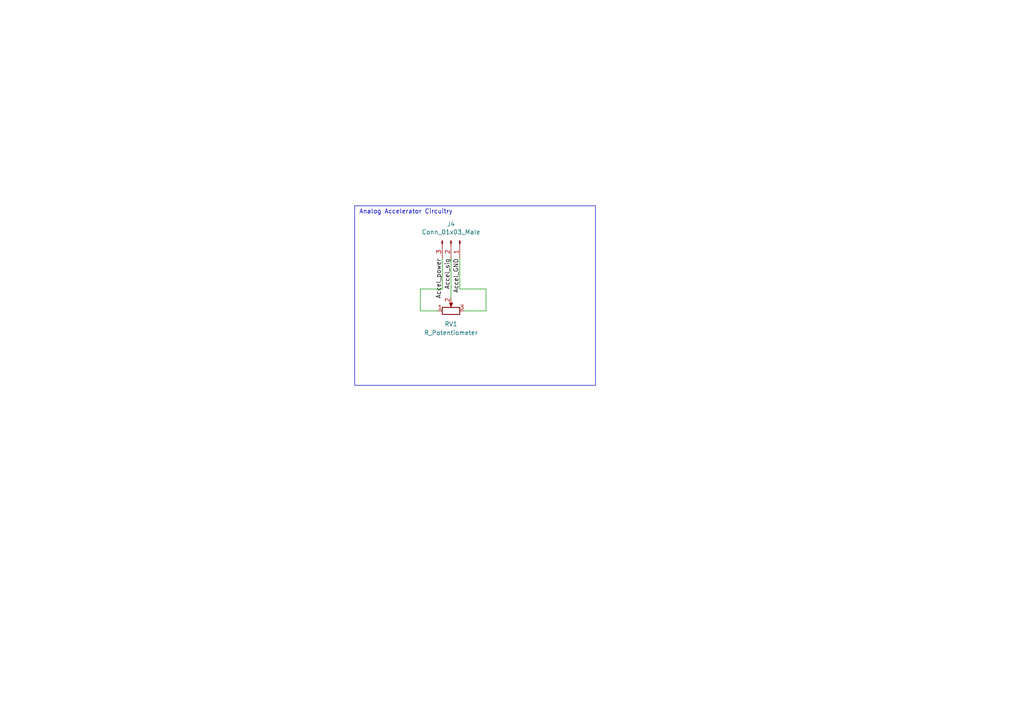
<source format=kicad_sch>
(kicad_sch (version 20231120) (generator "eeschema") (generator_version "8.0")
  (paper "A4")
  (lib_symbols
    (symbol "Device:R_Potentiometer" (pin_names (offset 1.016) hide)
      (property "Reference" "RV" (at -4.445 0 90))
      (property "Value" "R_Potentiometer" (at -2.54 0 90))
      (symbol "R_Potentiometer_0_1"
        (polyline (pts (xy 2.54 0) (xy 1.524 0)))
        (polyline (pts (xy 1.143 0) (xy 2.286 0.508) (xy 2.286 -0.508) (xy 1.143 0)) (fill (type outline)))
        (rectangle (start 1.016 2.54) (end -1.016 -2.54) (stroke (width 0.254)))
      )
      (symbol "R_Potentiometer_1_1"
        (pin passive line (at 0 3.81 270) (length 1.27) (name "1") (number "1"))
        (pin passive line (at 3.81 0 180) (length 1.27) (name "2") (number "2"))
        (pin passive line (at 0 -3.81 90) (length 1.27) (name "3") (number "3"))
      )
    )
    (symbol "Motherboard_2023-rescue:Conn_01x03_Male-Connector" (pin_names (offset 1.016) hide)
      (property "Reference" "J" (at 0 5.08 0))
      (property "Value" "Connector_Conn_01x03_Male" (at 0 -5.08 0))
      (symbol "Conn_01x03_Male-Connector_1_1"
        (polyline (pts (xy 1.27 -2.54) (xy 0.8636 -2.54)) (stroke (width 0.1524)))
        (polyline (pts (xy 1.27 0) (xy 0.8636 0)) (stroke (width 0.1524)))
        (polyline (pts (xy 1.27 2.54) (xy 0.8636 2.54)) (stroke (width 0.1524)))
        (rectangle (start 0.8636 -2.413) (end 0 -2.667) (stroke (width 0.1524)) (fill (type outline)))
        (rectangle (start 0.8636 0.127) (end 0 -0.127) (stroke (width 0.1524)) (fill (type outline)))
        (rectangle (start 0.8636 2.667) (end 0 2.413) (stroke (width 0.1524)) (fill (type outline)))
        (pin passive line (at 5.08 2.54 180) (length 3.81) (name "Pin_1") (number "1"))
        (pin passive line (at 5.08 0 180) (length 3.81) (name "Pin_2") (number "2"))
        (pin passive line (at 5.08 -2.54 180) (length 3.81) (name "Pin_3") (number "3"))
      )
    )
  )
  (wire (pts (xy 121.92 83.82) (xy 128.27 83.82)))
  (wire (pts (xy 128.27 74.93) (xy 128.27 83.82)))
  (wire (pts (xy 140.97 83.82) (xy 140.97 90.17)))
  (wire (pts (xy 133.35 83.82) (xy 140.97 83.82)))
  (wire (pts (xy 134.62 90.17) (xy 140.97 90.17)))
  (wire (pts (xy 130.81 74.93) (xy 130.81 86.36)))
  (wire (pts (xy 121.92 83.82) (xy 121.92 90.17)))
  (wire (pts (xy 121.92 90.17) (xy 127 90.17)))
  (wire (pts (xy 133.35 74.93) (xy 133.35 83.82)))
  (rectangle (start 102.87 59.69) (end 172.72 111.76))
  (text "Analog Accelerator Circuitry\n" (at 104.14 62.23 0) (effects (font (size 1.27 1.27)) (justify left bottom)))
  (label "Accel_GND" (at 133.35 74.93 270))
  (label "Accel_power" (at 128.27 74.93 270))
  (label "Accel_sig" (at 130.81 74.93 270))
  (symbol (lib_id "Device:R_Potentiometer") (at 130.81 90.17 90) (unit 1)
    (property "Reference" "RV1" (at 130.81 93.98 90))
    (property "Value" "R_Potentiometer" (at 130.81 96.52 90))
    (property "Footprint" "Potentiometer_THT:Potentiometer_ACP_CA9-V10_Vertical" (effects (hide yes)))
  )
  (symbol (lib_id "Motherboard_2023-rescue:Conn_01x03_Male-Connector") (at 130.81 69.85 270) (unit 1)
    (property "Reference" "J4" (at 130.81 64.9986 90))
    (property "Value" "Conn_01x03_Male" (at 130.81 67.31 90))
    (property "Footprint" "TerminalBlock_Phoenix:TerminalBlock_Phoenix_MKDS-3-3-5.08_1x03_P5.08mm_Horizontal" (effects (hide yes)))
    (instances (project "Motherboard23-24" (path "" (reference "J4") (unit 1)) (path "" (reference "J11") (unit 1))) (project "CANBOARD_REV2" (path "" (reference "J4") (unit 1))) (project "CANBOARD_REV1" (path "" (reference "J7") (unit 1))) (project "Motherboard_2023" (path "" (reference "J1") (unit 1))))
  )
)
</source>
